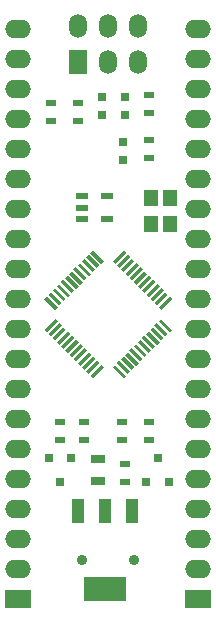
<source format=gbr>
G04 #@! TF.FileFunction,Soldermask,Bot*
%FSLAX46Y46*%
G04 Gerber Fmt 4.6, Leading zero omitted, Abs format (unit mm)*
G04 Created by KiCad (PCBNEW 4.0.0-rc1-stable) date 05/11/2015 13:36:29*
%MOMM*%
G01*
G04 APERTURE LIST*
%ADD10C,0.100000*%
%ADD11R,0.750000X0.800000*%
%ADD12R,1.300000X0.700000*%
%ADD13R,0.800100X0.800100*%
%ADD14R,3.657600X2.032000*%
%ADD15R,1.016000X2.032000*%
%ADD16R,2.199640X1.524000*%
%ADD17O,2.199640X1.524000*%
%ADD18R,0.900000X0.500000*%
%ADD19R,1.000760X0.599440*%
%ADD20R,1.524000X1.998980*%
%ADD21O,1.524000X1.998980*%
%ADD22C,0.899160*%
%ADD23R,1.200000X1.400000*%
G04 APERTURE END LIST*
D10*
D11*
X146812000Y-66814000D03*
X146812000Y-68314000D03*
X148590000Y-72124000D03*
X148590000Y-70624000D03*
D12*
X146431000Y-99375000D03*
X146431000Y-97475000D03*
D13*
X152461000Y-99425760D03*
X150561000Y-99425760D03*
X151511000Y-97426780D03*
D14*
X147066000Y-108458000D03*
D15*
X147066000Y-101854000D03*
X149352000Y-101854000D03*
X144780000Y-101854000D03*
D16*
X139700000Y-109347000D03*
D17*
X139700000Y-106807000D03*
X139700000Y-104267000D03*
X139700000Y-101727000D03*
X139700000Y-99187000D03*
X139700000Y-96647000D03*
X139700000Y-94107000D03*
X139700000Y-91567000D03*
X139700000Y-89027000D03*
X139700000Y-86487000D03*
X139700000Y-83947000D03*
X139700000Y-81407000D03*
X139700000Y-78867000D03*
X139700000Y-76327000D03*
X139700000Y-73787000D03*
X139700000Y-71247000D03*
X139700000Y-68707000D03*
X139700000Y-66167000D03*
X139700000Y-63627000D03*
X139700000Y-61087000D03*
D16*
X154942000Y-109347000D03*
D17*
X154942000Y-106807000D03*
X154942000Y-104267000D03*
X154942000Y-101727000D03*
X154942000Y-99187000D03*
X154942000Y-96647000D03*
X154942000Y-94107000D03*
X154942000Y-91567000D03*
X154942000Y-89027000D03*
X154942000Y-86487000D03*
X154942000Y-83947000D03*
X154942000Y-81407000D03*
X154942000Y-78867000D03*
X154942000Y-76327000D03*
X154942000Y-73787000D03*
X154942000Y-71247000D03*
X154942000Y-68707000D03*
X154942000Y-66167000D03*
X154942000Y-63627000D03*
X154942000Y-61087000D03*
D18*
X148463000Y-94373000D03*
X148463000Y-95873000D03*
X145288000Y-94373000D03*
X145288000Y-95873000D03*
X143256000Y-94373000D03*
X143256000Y-95873000D03*
X144780000Y-68822000D03*
X144780000Y-67322000D03*
X142494000Y-68822000D03*
X142494000Y-67322000D03*
X150749000Y-66687000D03*
X150749000Y-68187000D03*
X150749000Y-70497000D03*
X150749000Y-71997000D03*
D11*
X148717000Y-66814000D03*
X148717000Y-68314000D03*
D13*
X142306000Y-97424240D03*
X144206000Y-97424240D03*
X143256000Y-99423220D03*
D19*
X145120360Y-77152500D03*
X145120360Y-75247500D03*
X145120360Y-76200000D03*
X147233640Y-75247500D03*
X147233640Y-77152500D03*
D20*
X144780000Y-63875920D03*
D21*
X144780000Y-60838080D03*
X147320000Y-63875920D03*
X147320000Y-60838080D03*
X149860000Y-63875920D03*
X149860000Y-60838080D03*
D22*
X145122900Y-106070400D03*
X149519640Y-106070400D03*
D23*
X152565000Y-75354000D03*
X152565000Y-77554000D03*
X150965000Y-75354000D03*
X150965000Y-77554000D03*
D18*
X148717000Y-97929000D03*
X148717000Y-99429000D03*
X150749000Y-95873000D03*
X150749000Y-94373000D03*
D10*
G36*
X148769413Y-81788338D02*
X149688991Y-80868760D01*
X149900925Y-81080694D01*
X148981347Y-82000272D01*
X148769413Y-81788338D01*
X148769413Y-81788338D01*
G37*
G36*
X149123236Y-82142160D02*
X150042814Y-81222582D01*
X150254748Y-81434516D01*
X149335170Y-82354094D01*
X149123236Y-82142160D01*
X149123236Y-82142160D01*
G37*
G36*
X149477058Y-82495982D02*
X150396636Y-81576404D01*
X150608570Y-81788338D01*
X149688992Y-82707916D01*
X149477058Y-82495982D01*
X149477058Y-82495982D01*
G37*
G36*
X149829084Y-82848008D02*
X150748662Y-81928430D01*
X150960596Y-82140364D01*
X150041018Y-83059942D01*
X149829084Y-82848008D01*
X149829084Y-82848008D01*
G37*
G36*
X150182906Y-83201830D02*
X151102484Y-82282252D01*
X151314418Y-82494186D01*
X150394840Y-83413764D01*
X150182906Y-83201830D01*
X150182906Y-83201830D01*
G37*
G36*
X147707947Y-80726872D02*
X148627525Y-79807294D01*
X148839459Y-80019228D01*
X147919881Y-80938806D01*
X147707947Y-80726872D01*
X147707947Y-80726872D01*
G37*
G36*
X148061769Y-81080694D02*
X148981347Y-80161116D01*
X149193281Y-80373050D01*
X148273703Y-81292628D01*
X148061769Y-81080694D01*
X148061769Y-81080694D01*
G37*
G36*
X148415591Y-81434516D02*
X149335169Y-80514938D01*
X149547103Y-80726872D01*
X148627525Y-81646450D01*
X148415591Y-81434516D01*
X148415591Y-81434516D01*
G37*
G36*
X151598194Y-85816881D02*
X151810128Y-85604947D01*
X152729706Y-86524525D01*
X152517772Y-86736459D01*
X151598194Y-85816881D01*
X151598194Y-85816881D01*
G37*
G36*
X151244372Y-86170703D02*
X151456306Y-85958769D01*
X152375884Y-86878347D01*
X152163950Y-87090281D01*
X151244372Y-86170703D01*
X151244372Y-86170703D01*
G37*
G36*
X150890550Y-86524525D02*
X151102484Y-86312591D01*
X152022062Y-87232169D01*
X151810128Y-87444103D01*
X150890550Y-86524525D01*
X150890550Y-86524525D01*
G37*
G36*
X150536728Y-86878347D02*
X150748662Y-86666413D01*
X151668240Y-87585991D01*
X151456306Y-87797925D01*
X150536728Y-86878347D01*
X150536728Y-86878347D01*
G37*
G36*
X150182906Y-87232170D02*
X150394840Y-87020236D01*
X151314418Y-87939814D01*
X151102484Y-88151748D01*
X150182906Y-87232170D01*
X150182906Y-87232170D01*
G37*
G36*
X149829084Y-87585992D02*
X150041018Y-87374058D01*
X150960596Y-88293636D01*
X150748662Y-88505570D01*
X149829084Y-87585992D01*
X149829084Y-87585992D01*
G37*
G36*
X149477058Y-87938018D02*
X149688992Y-87726084D01*
X150608570Y-88645662D01*
X150396636Y-88857596D01*
X149477058Y-87938018D01*
X149477058Y-87938018D01*
G37*
G36*
X149123236Y-88291840D02*
X149335170Y-88079906D01*
X150254748Y-88999484D01*
X150042814Y-89211418D01*
X149123236Y-88291840D01*
X149123236Y-88291840D01*
G37*
G36*
X145800541Y-90414772D02*
X146720119Y-89495194D01*
X146932053Y-89707128D01*
X146012475Y-90626706D01*
X145800541Y-90414772D01*
X145800541Y-90414772D01*
G37*
G36*
X145446719Y-90060950D02*
X146366297Y-89141372D01*
X146578231Y-89353306D01*
X145658653Y-90272884D01*
X145446719Y-90060950D01*
X145446719Y-90060950D01*
G37*
G36*
X145092897Y-89707128D02*
X146012475Y-88787550D01*
X146224409Y-88999484D01*
X145304831Y-89919062D01*
X145092897Y-89707128D01*
X145092897Y-89707128D01*
G37*
G36*
X144739075Y-89353306D02*
X145658653Y-88433728D01*
X145870587Y-88645662D01*
X144951009Y-89565240D01*
X144739075Y-89353306D01*
X144739075Y-89353306D01*
G37*
G36*
X144385252Y-88999484D02*
X145304830Y-88079906D01*
X145516764Y-88291840D01*
X144597186Y-89211418D01*
X144385252Y-88999484D01*
X144385252Y-88999484D01*
G37*
G36*
X144031430Y-88645662D02*
X144951008Y-87726084D01*
X145162942Y-87938018D01*
X144243364Y-88857596D01*
X144031430Y-88645662D01*
X144031430Y-88645662D01*
G37*
G36*
X143679404Y-88293636D02*
X144598982Y-87374058D01*
X144810916Y-87585992D01*
X143891338Y-88505570D01*
X143679404Y-88293636D01*
X143679404Y-88293636D01*
G37*
G36*
X143325582Y-87939814D02*
X144245160Y-87020236D01*
X144457094Y-87232170D01*
X143537516Y-88151748D01*
X143325582Y-87939814D01*
X143325582Y-87939814D01*
G37*
G36*
X141910294Y-83909475D02*
X142122228Y-83697541D01*
X143041806Y-84617119D01*
X142829872Y-84829053D01*
X141910294Y-83909475D01*
X141910294Y-83909475D01*
G37*
G36*
X142264116Y-83555653D02*
X142476050Y-83343719D01*
X143395628Y-84263297D01*
X143183694Y-84475231D01*
X142264116Y-83555653D01*
X142264116Y-83555653D01*
G37*
G36*
X142617938Y-83201831D02*
X142829872Y-82989897D01*
X143749450Y-83909475D01*
X143537516Y-84121409D01*
X142617938Y-83201831D01*
X142617938Y-83201831D01*
G37*
G36*
X142971760Y-82848009D02*
X143183694Y-82636075D01*
X144103272Y-83555653D01*
X143891338Y-83767587D01*
X142971760Y-82848009D01*
X142971760Y-82848009D01*
G37*
G36*
X143325582Y-82494186D02*
X143537516Y-82282252D01*
X144457094Y-83201830D01*
X144245160Y-83413764D01*
X143325582Y-82494186D01*
X143325582Y-82494186D01*
G37*
G36*
X143679404Y-82140364D02*
X143891338Y-81928430D01*
X144810916Y-82848008D01*
X144598982Y-83059942D01*
X143679404Y-82140364D01*
X143679404Y-82140364D01*
G37*
G36*
X144031430Y-81788338D02*
X144243364Y-81576404D01*
X145162942Y-82495982D01*
X144951008Y-82707916D01*
X144031430Y-81788338D01*
X144031430Y-81788338D01*
G37*
G36*
X144385252Y-81434516D02*
X144597186Y-81222582D01*
X145516764Y-82142160D01*
X145304830Y-82354094D01*
X144385252Y-81434516D01*
X144385252Y-81434516D01*
G37*
G36*
X150536728Y-83555653D02*
X151456306Y-82636075D01*
X151668240Y-82848009D01*
X150748662Y-83767587D01*
X150536728Y-83555653D01*
X150536728Y-83555653D01*
G37*
G36*
X150890550Y-83909475D02*
X151810128Y-82989897D01*
X152022062Y-83201831D01*
X151102484Y-84121409D01*
X150890550Y-83909475D01*
X150890550Y-83909475D01*
G37*
G36*
X151244372Y-84263297D02*
X152163950Y-83343719D01*
X152375884Y-83555653D01*
X151456306Y-84475231D01*
X151244372Y-84263297D01*
X151244372Y-84263297D01*
G37*
G36*
X151598194Y-84617119D02*
X152517772Y-83697541D01*
X152729706Y-83909475D01*
X151810128Y-84829053D01*
X151598194Y-84617119D01*
X151598194Y-84617119D01*
G37*
G36*
X148769413Y-88645662D02*
X148981347Y-88433728D01*
X149900925Y-89353306D01*
X149688991Y-89565240D01*
X148769413Y-88645662D01*
X148769413Y-88645662D01*
G37*
G36*
X148415591Y-88999484D02*
X148627525Y-88787550D01*
X149547103Y-89707128D01*
X149335169Y-89919062D01*
X148415591Y-88999484D01*
X148415591Y-88999484D01*
G37*
G36*
X148061769Y-89353306D02*
X148273703Y-89141372D01*
X149193281Y-90060950D01*
X148981347Y-90272884D01*
X148061769Y-89353306D01*
X148061769Y-89353306D01*
G37*
G36*
X147707947Y-89707128D02*
X147919881Y-89495194D01*
X148839459Y-90414772D01*
X148627525Y-90626706D01*
X147707947Y-89707128D01*
X147707947Y-89707128D01*
G37*
G36*
X142971760Y-87585991D02*
X143891338Y-86666413D01*
X144103272Y-86878347D01*
X143183694Y-87797925D01*
X142971760Y-87585991D01*
X142971760Y-87585991D01*
G37*
G36*
X142617938Y-87232169D02*
X143537516Y-86312591D01*
X143749450Y-86524525D01*
X142829872Y-87444103D01*
X142617938Y-87232169D01*
X142617938Y-87232169D01*
G37*
G36*
X142264116Y-86878347D02*
X143183694Y-85958769D01*
X143395628Y-86170703D01*
X142476050Y-87090281D01*
X142264116Y-86878347D01*
X142264116Y-86878347D01*
G37*
G36*
X141910294Y-86524525D02*
X142829872Y-85604947D01*
X143041806Y-85816881D01*
X142122228Y-86736459D01*
X141910294Y-86524525D01*
X141910294Y-86524525D01*
G37*
G36*
X144739075Y-81080694D02*
X144951009Y-80868760D01*
X145870587Y-81788338D01*
X145658653Y-82000272D01*
X144739075Y-81080694D01*
X144739075Y-81080694D01*
G37*
G36*
X145092897Y-80726872D02*
X145304831Y-80514938D01*
X146224409Y-81434516D01*
X146012475Y-81646450D01*
X145092897Y-80726872D01*
X145092897Y-80726872D01*
G37*
G36*
X145446719Y-80373050D02*
X145658653Y-80161116D01*
X146578231Y-81080694D01*
X146366297Y-81292628D01*
X145446719Y-80373050D01*
X145446719Y-80373050D01*
G37*
G36*
X145800541Y-80019228D02*
X146012475Y-79807294D01*
X146932053Y-80726872D01*
X146720119Y-80938806D01*
X145800541Y-80019228D01*
X145800541Y-80019228D01*
G37*
M02*

</source>
